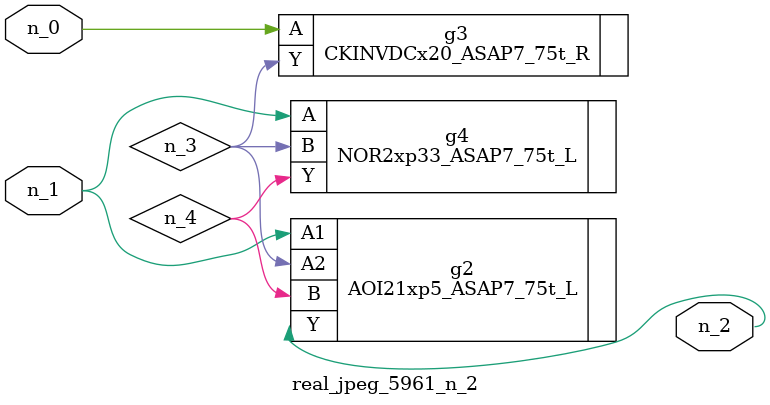
<source format=v>
module real_jpeg_5961_n_2 (n_1, n_0, n_2);

input n_1;
input n_0;

output n_2;

wire n_4;
wire n_3;

CKINVDCx20_ASAP7_75t_R g3 ( 
.A(n_0),
.Y(n_3)
);

AOI21xp5_ASAP7_75t_L g2 ( 
.A1(n_1),
.A2(n_3),
.B(n_4),
.Y(n_2)
);

NOR2xp33_ASAP7_75t_L g4 ( 
.A(n_1),
.B(n_3),
.Y(n_4)
);


endmodule
</source>
